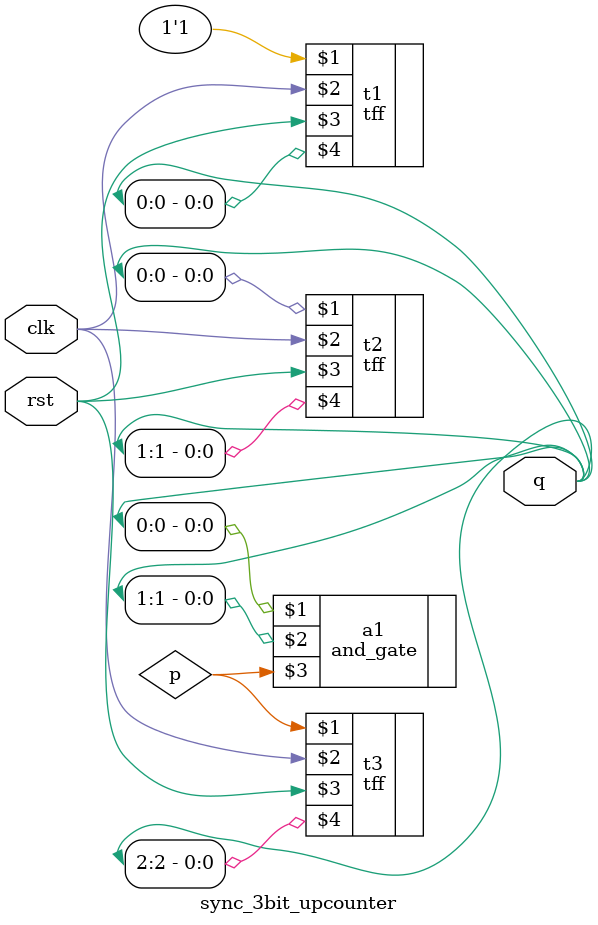
<source format=v>
`timescale 1ns / 1ps
module sync_3bit_upcounter(
    input clk,rst,
    output [2:0] q
    );
wire p;

tff t1(1'b1,clk,rst,q[0]),
   t2(q[0],clk,rst,q[1]),
	t3(p,clk,rst,q[2]);
	
and_gate a1(q[0],q[1],p);

endmodule

</source>
